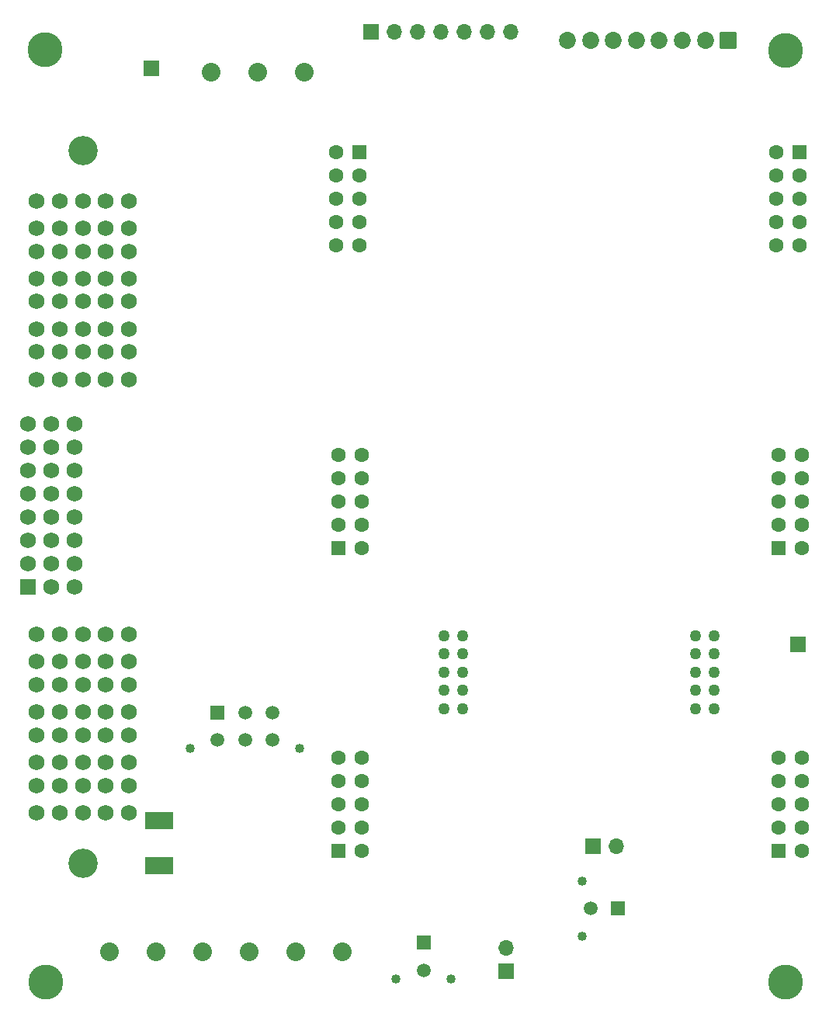
<source format=gbs>
%TF.GenerationSoftware,KiCad,Pcbnew,8.0.4*%
%TF.CreationDate,2025-01-10T13:04:31-08:00*%
%TF.ProjectId,X17_Backplane,5831375f-4261-4636-9b70-6c616e652e6b,rev?*%
%TF.SameCoordinates,Original*%
%TF.FileFunction,Soldermask,Bot*%
%TF.FilePolarity,Negative*%
%FSLAX46Y46*%
G04 Gerber Fmt 4.6, Leading zero omitted, Abs format (unit mm)*
G04 Created by KiCad (PCBNEW 8.0.4) date 2025-01-10 13:04:31*
%MOMM*%
%LPD*%
G01*
G04 APERTURE LIST*
G04 Aperture macros list*
%AMRoundRect*
0 Rectangle with rounded corners*
0 $1 Rounding radius*
0 $2 $3 $4 $5 $6 $7 $8 $9 X,Y pos of 4 corners*
0 Add a 4 corners polygon primitive as box body*
4,1,4,$2,$3,$4,$5,$6,$7,$8,$9,$2,$3,0*
0 Add four circle primitives for the rounded corners*
1,1,$1+$1,$2,$3*
1,1,$1+$1,$4,$5*
1,1,$1+$1,$6,$7*
1,1,$1+$1,$8,$9*
0 Add four rect primitives between the rounded corners*
20,1,$1+$1,$2,$3,$4,$5,0*
20,1,$1+$1,$4,$5,$6,$7,0*
20,1,$1+$1,$6,$7,$8,$9,0*
20,1,$1+$1,$8,$9,$2,$3,0*%
G04 Aperture macros list end*
%ADD10C,3.810000*%
%ADD11R,3.150000X1.960000*%
%ADD12R,1.700000X1.700000*%
%ADD13O,1.700000X1.700000*%
%ADD14C,3.200000*%
%ADD15RoundRect,0.102000X-0.765000X0.765000X-0.765000X-0.765000X0.765000X-0.765000X0.765000X0.765000X0*%
%ADD16C,1.734000*%
%ADD17C,2.032000*%
%ADD18C,1.020000*%
%ADD19R,1.520000X1.520000*%
%ADD20C,1.520000*%
%ADD21C,1.854000*%
%ADD22RoundRect,0.102000X0.825000X0.825000X-0.825000X0.825000X-0.825000X-0.825000X0.825000X-0.825000X0*%
%ADD23C,1.270000*%
%ADD24C,1.594000*%
%ADD25RoundRect,0.102000X-0.695000X0.695000X-0.695000X-0.695000X0.695000X-0.695000X0.695000X0.695000X0*%
%ADD26RoundRect,0.102000X0.695000X-0.695000X0.695000X0.695000X-0.695000X0.695000X-0.695000X-0.695000X0*%
G04 APERTURE END LIST*
D10*
%TO.C,H1*%
X97000000Y-146800000D03*
%TD*%
%TO.C,H1*%
X177700000Y-146800000D03*
%TD*%
%TO.C,H1*%
X177700000Y-45200000D03*
%TD*%
%TO.C,H1*%
X96900000Y-45100000D03*
%TD*%
D11*
%TO.C,F1*%
X109300000Y-129190000D03*
X109300000Y-134100000D03*
%TD*%
D12*
%TO.C,J11*%
X147200000Y-145575000D03*
D13*
X147200000Y-143035000D03*
%TD*%
D14*
%TO.C,J14*%
X101000000Y-56080000D03*
X101000000Y-133840000D03*
D15*
X95000000Y-103670000D03*
D16*
X95000000Y-101130000D03*
X95000000Y-98590000D03*
X95000000Y-96050000D03*
X95000000Y-93510000D03*
X95000000Y-90970000D03*
X95000000Y-88430000D03*
X95000000Y-85890000D03*
X97540000Y-103670000D03*
X97540000Y-101130000D03*
X97540000Y-98590000D03*
X97540000Y-96050000D03*
X97540000Y-93510000D03*
X97540000Y-90970000D03*
X97540000Y-88430000D03*
X97540000Y-85890000D03*
X100080000Y-103670000D03*
X100080000Y-101130000D03*
X100080000Y-98590000D03*
X100080000Y-96050000D03*
X100080000Y-93510000D03*
X100080000Y-90970000D03*
X100080000Y-88430000D03*
X100080000Y-85890000D03*
X106000000Y-125340000D03*
X103500000Y-125340000D03*
X101000000Y-125340000D03*
X98500000Y-125340000D03*
X96000000Y-125340000D03*
X106000000Y-128340000D03*
X103500000Y-128340000D03*
X101000000Y-128340000D03*
X98500000Y-128340000D03*
X96000000Y-128340000D03*
X106000000Y-119840000D03*
X103500000Y-119840000D03*
X101000000Y-119840000D03*
X98500000Y-119840000D03*
X96000000Y-119840000D03*
X106000000Y-122840000D03*
X103500000Y-122840000D03*
X101000000Y-122840000D03*
X98500000Y-122840000D03*
X96000000Y-122840000D03*
X106000000Y-114340000D03*
X103500000Y-114340000D03*
X101000000Y-114340000D03*
X98500000Y-114340000D03*
X96000000Y-114340000D03*
X106000000Y-117340000D03*
X103500000Y-117340000D03*
X101000000Y-117340000D03*
X98500000Y-117340000D03*
X96000000Y-117340000D03*
X106000000Y-108840000D03*
X103500000Y-108840000D03*
X101000000Y-108840000D03*
X98500000Y-108840000D03*
X96000000Y-108840000D03*
X106000000Y-111840000D03*
X103500000Y-111840000D03*
X101000000Y-111840000D03*
X98500000Y-111840000D03*
X96000000Y-111840000D03*
X106000000Y-78080000D03*
X103500000Y-78080000D03*
X101000000Y-78080000D03*
X98500000Y-78080000D03*
X96000000Y-78080000D03*
X106000000Y-81080000D03*
X103500000Y-81080000D03*
X101000000Y-81080000D03*
X98500000Y-81080000D03*
X96000000Y-81080000D03*
X106000000Y-72580000D03*
X103500000Y-72580000D03*
X101000000Y-72580000D03*
X98500000Y-72580000D03*
X96000000Y-72580000D03*
X106000000Y-75580000D03*
X103500000Y-75580000D03*
X101000000Y-75580000D03*
X98500000Y-75580000D03*
X96000000Y-75580000D03*
X106000000Y-67080000D03*
X103500000Y-67080000D03*
X101000000Y-67080000D03*
X98500000Y-67080000D03*
X96000000Y-67080000D03*
X106000000Y-70080000D03*
X103500000Y-70080000D03*
X101000000Y-70080000D03*
X98500000Y-70080000D03*
X96000000Y-70080000D03*
X106000000Y-61580000D03*
X103500000Y-61580000D03*
X101000000Y-61580000D03*
X98500000Y-61580000D03*
X96000000Y-61580000D03*
X106000000Y-64580000D03*
X103500000Y-64580000D03*
X101000000Y-64580000D03*
X98500000Y-64580000D03*
X96000000Y-64580000D03*
%TD*%
D17*
%TO.C,U4*%
X114970000Y-47550000D03*
X120050000Y-47550000D03*
X125130000Y-47550000D03*
%TD*%
D18*
%TO.C,J8*%
X124699979Y-121340000D03*
X112700003Y-121340000D03*
D19*
X115700002Y-117400000D03*
D20*
X118700001Y-117400000D03*
X121700000Y-117400000D03*
X115700002Y-120399999D03*
X118700001Y-120399999D03*
X121700000Y-120399999D03*
%TD*%
D12*
%TO.C,J6*%
X156625000Y-132000000D03*
D13*
X159165000Y-132000000D03*
%TD*%
D12*
%TO.C,J5*%
X108450000Y-47100000D03*
%TD*%
D18*
%TO.C,J18*%
X155475000Y-141760341D03*
X155475000Y-135760353D03*
D19*
X159415000Y-138760352D03*
D20*
X156415001Y-138760352D03*
%TD*%
D21*
%TO.C,U3*%
X153900000Y-44100000D03*
X156400000Y-44100000D03*
X158900000Y-44100000D03*
X161400000Y-44100000D03*
X163900000Y-44100000D03*
X166400000Y-44100000D03*
X168900000Y-44100000D03*
D22*
X171400000Y-44100000D03*
%TD*%
D13*
%TO.C,J4*%
X147675000Y-43175001D03*
X145135000Y-43175001D03*
X142595000Y-43175001D03*
X140055000Y-43175001D03*
X137515000Y-43175001D03*
X134975000Y-43175001D03*
D12*
X132435000Y-43175001D03*
%TD*%
D17*
%TO.C,U1*%
X103933400Y-143500000D03*
X109013400Y-143500000D03*
X114093400Y-143500000D03*
X119173400Y-143500000D03*
X124253400Y-143500000D03*
X129333400Y-143500000D03*
%TD*%
D23*
%TO.C,J19*%
X142400000Y-109000001D03*
X140399999Y-109000001D03*
X142400000Y-111000000D03*
X140399999Y-111000000D03*
X142400000Y-113000001D03*
X140399999Y-113000001D03*
X142400000Y-115000002D03*
X140399999Y-115000002D03*
X142400000Y-117000000D03*
X140399999Y-117000000D03*
X169870901Y-109000001D03*
X167870900Y-109000001D03*
X169870901Y-111000000D03*
X167870900Y-111000000D03*
X169870901Y-113000001D03*
X167870900Y-113000001D03*
X169870901Y-115000002D03*
X167870900Y-115000002D03*
X169870901Y-117000000D03*
X167870900Y-117000000D03*
%TD*%
D24*
%TO.C,J3*%
X179425000Y-89320000D03*
X176885000Y-89320000D03*
X179425000Y-91860000D03*
X176885000Y-91860000D03*
X179425000Y-94400000D03*
X176885000Y-94400000D03*
X179425000Y-96940000D03*
X176885000Y-96940000D03*
X179425000Y-99480000D03*
D25*
X176885000Y-99480000D03*
D24*
X179450000Y-129980000D03*
X179450000Y-132520000D03*
D25*
X176910000Y-132520000D03*
D26*
X179200000Y-56320000D03*
D24*
X176660000Y-56320000D03*
X179200000Y-58860000D03*
X176660000Y-58860000D03*
X179200000Y-61400000D03*
X176660000Y-61400000D03*
X179200000Y-63940000D03*
X176660000Y-63940000D03*
X179200000Y-66480000D03*
X176660000Y-66480000D03*
X176910000Y-129980000D03*
X179450000Y-127440000D03*
X176910000Y-127440000D03*
X179450000Y-124900000D03*
X176910000Y-124900000D03*
X179450000Y-122360000D03*
X176910000Y-122360000D03*
%TD*%
%TO.C,J2*%
X131425000Y-89320000D03*
X128885000Y-89320000D03*
X131425000Y-91860000D03*
X128885000Y-91860000D03*
X131425000Y-94400000D03*
X128885000Y-94400000D03*
X131425000Y-96940000D03*
X128885000Y-96940000D03*
X131425000Y-99480000D03*
D25*
X128885000Y-99480000D03*
D24*
X131450000Y-129980000D03*
X131450000Y-132520000D03*
D25*
X128910000Y-132520000D03*
D26*
X131200000Y-56320000D03*
D24*
X128660000Y-56320000D03*
X131200000Y-58860000D03*
X128660000Y-58860000D03*
X131200000Y-61400000D03*
X128660000Y-61400000D03*
X131200000Y-63940000D03*
X128660000Y-63940000D03*
X131200000Y-66480000D03*
X128660000Y-66480000D03*
X128910000Y-129980000D03*
X131450000Y-127440000D03*
X128910000Y-127440000D03*
X131450000Y-124900000D03*
X128910000Y-124900000D03*
X131450000Y-122360000D03*
X128910000Y-122360000D03*
%TD*%
D18*
%TO.C,J1*%
X141199989Y-146440000D03*
X135200001Y-146440000D03*
D19*
X138200000Y-142500000D03*
D20*
X138200000Y-145499999D03*
%TD*%
D12*
%TO.C,J10*%
X179000000Y-110000000D03*
%TD*%
M02*

</source>
